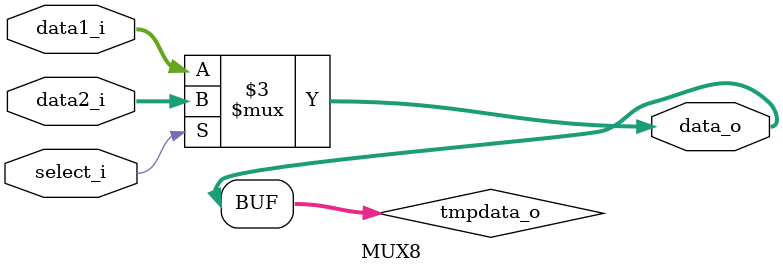
<source format=v>
module MUX8(
   data1_i,
   data2_i,
   select_i,
   data_o
);

// Ports
input	[7:0]	data1_i;
input	[7:0]	data2_i;
input       select_i;// 1: stall, 0 :no
output [7:0]		data_o;

reg	[7:0]	tmpdata_o;
assign data_o = tmpdata_o;

always @(*) begin
	if (select_i) begin
		tmpdata_o = data2_i;
	end
	else begin
		tmpdata_o = data1_i;
	end
end

// assign data_o = select_i? data2_i:data1_i;

endmodule
</source>
